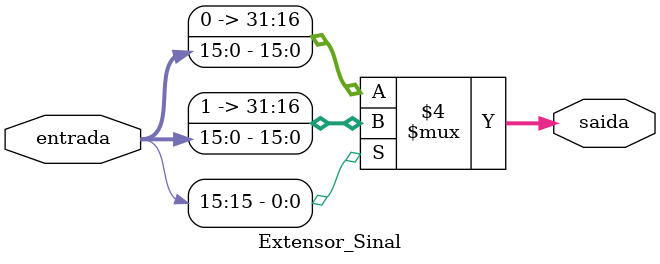
<source format=sv>
module Extensor_Sinal(input [15:0] entrada, output [31:0] saida);
// Recebe um vetor de 16 bits e converte o número recebido para 31 bits
// A conversão é feita transformando os bits [31:16] no bit mais significativo
// Da entrada recebida (o bit [15] da entrada).
always@*
begin
	if(entrada[15] == 0 )
	begin
		saida = {16'b0000000000000000,entrada};
	end
	else
	begin
		saida = {16'b1111111111111111,entrada};
	end
end
endmodule
</source>
